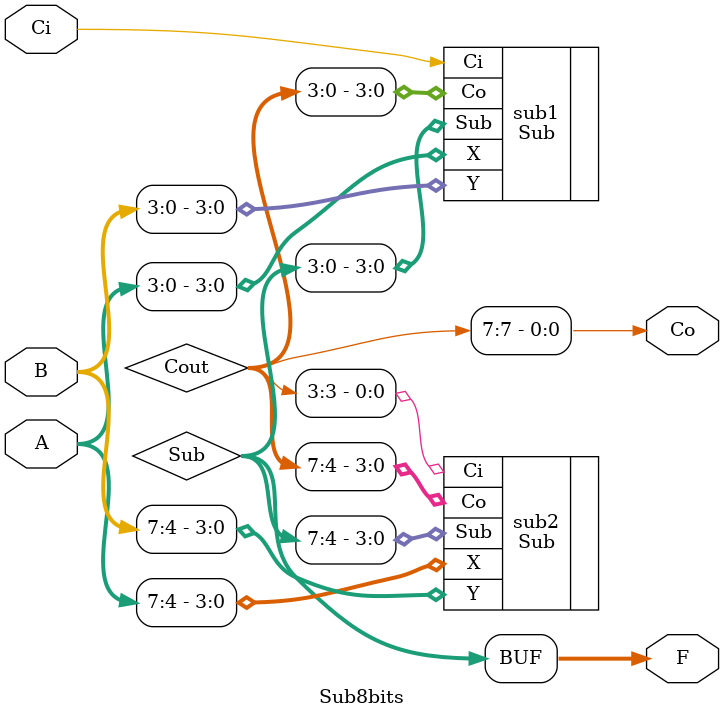
<source format=v>
module Sub8bits(A, B, Ci, Co, F);
	
	input [7:0] A,B; //ngo vao 
	input Ci;//co nho ngo vao
	output [7:0] F;//ngo ra phep cong
	output Co;
	
	
	wire [7:0] Cout, Sub;
	
	//vi de tranh thuc hien phep tru [size-1:0] nen so bit cua moi bien se bat dau tu bit so 1
		
/*	input [24:0] A,B; //ngo vao 
	input Ci; //co nho ngo vao
	output [24:0] F;//ngo ra phep cong
	output Co;
	wire [24:0] Cout, Sub;*/
	
	


	
	//tao module 
	Sub sub1(.X(A[3:0]), .Y(B[3:0]), .Ci(Ci), .Co(Cout[3:0]), .Sub(Sub[3:0]));
	Sub sub2(.X(A[7:4]), .Y(B[7:4]), .Ci(Cout[3]), .Co(Cout[7:4]), .Sub(Sub[7:4]));

	
	
	assign Co=Cout[7];
	assign F[7:0]=Sub[7:0];
	
endmodule
</source>
